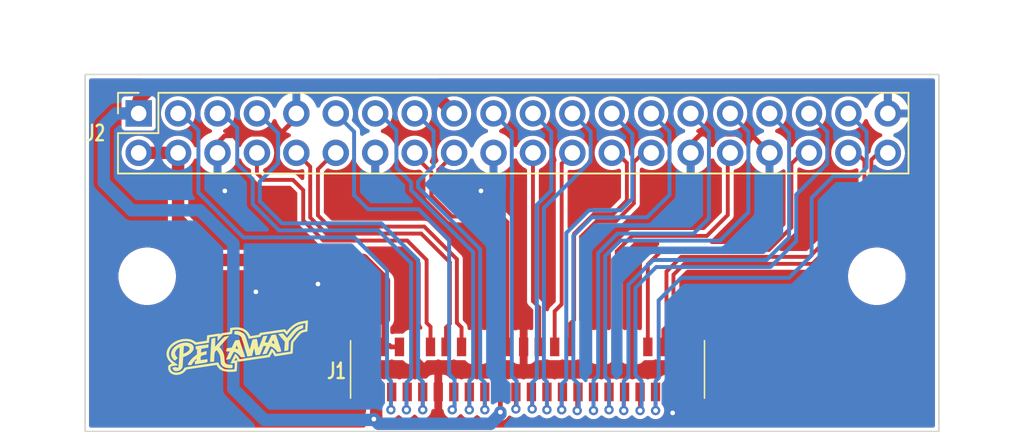
<source format=kicad_pcb>
(kicad_pcb (version 20211014) (generator pcbnew)
  (layers (0 "F.Cu" signal) (31 "B.Cu" signal) (34 "B.Paste" user) (35 "F.Paste" user) (36 "B.SilkS" user "B.Silkscreen") (37 "F.SilkS" user "F.Silkscreen") (38 "B.Mask" user) (39 "F.Mask" user) (44 "Edge.Cuts" user))
  (net 0 "")
  (net 1 "Net-(J1-Pad3)")
  (net 2 "Net-(J1-Pad5)")
  (net 3 "Net-(J1-Pad7)")
  (net 4 "Net-(J1-Pad8)")
  (net 5 "Net-(J1-Pad10)")
  (net 6 "Net-(J1-Pad11)")
  (net 7 "Net-(J1-Pad12)")
  (net 8 "Net-(J1-Pad13)")
  (net 9 "Net-(J1-Pad15)")
  (net 10 "Net-(J1-Pad16)")
  (net 11 "Net-(J1-Pad18)")
  (net 12 "Net-(J1-Pad19)")
  (net 13 "Net-(J1-Pad21)")
  (net 14 "Net-(J1-Pad22)")
  (net 15 "Net-(J1-Pad23)")
  (net 16 "Net-(J1-Pad24)")
  (net 17 "Net-(J1-Pad25)")
  (net 18 "Net-(J1-Pad26)")
  (net 19 "Net-(J1-Pad27)")
  (net 20 "Net-(J1-Pad28)")
  (net 21 "Net-(J1-Pad29)")
  (net 22 "Net-(J1-Pad31)")
  (net 23 "Net-(J1-Pad32)")
  (net 24 "Net-(J1-Pad33)")
  (net 25 "Net-(J1-Pad35)")
  (net 26 "Net-(J1-Pad36)")
  (net 27 "Net-(J1-Pad37)")
  (net 28 "Net-(J1-Pad38)")
  (net 29 "Net-(J1-Pad40)")
  (net 30 "+3V3")
  (net 31 "+5V")
  (net 32 "GND")
  (footprint "MountingHole:MountingHole_3.2mm_M3" (layer "F.Cu") (at 157.5 54.5)
    (fp_text reference "REF**" hide)
    (fp_text value "MountingHole_3.2mm_M3")
    (pad "" np_thru_hole circle (at 0 0) (size 3.2 3.2) (drill 3.2) (layers *.Cu *.Mask))
  )
  (footprint "Connector_PinSocket_2.54mm:PinSocket_2x20_P2.54mm_Vertical" (layer "F.Cu") (at 109.95 44.01 90)
    (fp_text reference "J2" (at -1.27 -2.77 180) (layer "F.SilkS") (effects (font (size 1 0.7))))
    (fp_text value "Conn_02x20_Odd_Even")
    (pad "1" thru_hole rect (at 0 0 90) (size 1.7 1.7) (drill 1) (layers *.Cu *.Mask) (net 30 "+3V3"))
    (pad "2" thru_hole oval (at -2.54 0 90) (size 1.7 1.7) (drill 1) (layers *.Cu *.Mask) (net 31 "+5V"))
    (pad "3" thru_hole oval (at 0 2.54 90) (size 1.7 1.7) (drill 1) (layers *.Cu *.Mask) (net 1 "Net-(J1-Pad3)"))
    (pad "4" thru_hole oval (at -2.54 2.54 90) (size 1.7 1.7) (drill 1) (layers *.Cu *.Mask) (net 31 "+5V"))
    (pad "5" thru_hole oval (at 0 5.08 90) (size 1.7 1.7) (drill 1) (layers *.Cu *.Mask) (net 2 "Net-(J1-Pad5)"))
    (pad "6" thru_hole oval (at -2.54 5.08 90) (size 1.7 1.7) (drill 1) (layers *.Cu *.Mask) (net 32 "GND"))
    (pad "7" thru_hole oval (at 0 7.62 90) (size 1.7 1.7) (drill 1) (layers *.Cu *.Mask) (net 3 "Net-(J1-Pad7)"))
    (pad "8" thru_hole oval (at -2.54 7.62 90) (size 1.7 1.7) (drill 1) (layers *.Cu *.Mask) (net 4 "Net-(J1-Pad8)"))
    (pad "9" thru_hole oval (at 0 10.16 90) (size 1.7 1.7) (drill 1) (layers *.Cu *.Mask) (net 32 "GND"))
    (pad "10" thru_hole oval (at -2.54 10.16 90) (size 1.7 1.7) (drill 1) (layers *.Cu *.Mask) (net 5 "Net-(J1-Pad10)"))
    (pad "11" thru_hole oval (at 0 12.7 90) (size 1.7 1.7) (drill 1) (layers *.Cu *.Mask) (net 6 "Net-(J1-Pad11)"))
    (pad "12" thru_hole oval (at -2.54 12.7 90) (size 1.7 1.7) (drill 1) (layers *.Cu *.Mask) (net 7 "Net-(J1-Pad12)"))
    (pad "13" thru_hole oval (at 0 15.24 90) (size 1.7 1.7) (drill 1) (layers *.Cu *.Mask) (net 8 "Net-(J1-Pad13)"))
    (pad "14" thru_hole oval (at -2.54 15.24 90) (size 1.7 1.7) (drill 1) (layers *.Cu *.Mask) (net 32 "GND"))
    (pad "15" thru_hole oval (at 0 17.78 90) (size 1.7 1.7) (drill 1) (layers *.Cu *.Mask) (net 9 "Net-(J1-Pad15)"))
    (pad "16" thru_hole oval (at -2.54 17.78 90) (size 1.7 1.7) (drill 1) (layers *.Cu *.Mask) (net 10 "Net-(J1-Pad16)"))
    (pad "17" thru_hole oval (at 0 20.32 90) (size 1.7 1.7) (drill 1) (layers *.Cu *.Mask) (net 30 "+3V3"))
    (pad "18" thru_hole oval (at -2.54 20.32 90) (size 1.7 1.7) (drill 1) (layers *.Cu *.Mask) (net 11 "Net-(J1-Pad18)"))
    (pad "19" thru_hole oval (at 0 22.86 90) (size 1.7 1.7) (drill 1) (layers *.Cu *.Mask) (net 12 "Net-(J1-Pad19)"))
    (pad "20" thru_hole oval (at -2.54 22.86 90) (size 1.7 1.7) (drill 1) (layers *.Cu *.Mask) (net 32 "GND"))
    (pad "21" thru_hole oval (at 0 25.4 90) (size 1.7 1.7) (drill 1) (layers *.Cu *.Mask) (net 13 "Net-(J1-Pad21)"))
    (pad "22" thru_hole oval (at -2.54 25.4 90) (size 1.7 1.7) (drill 1) (layers *.Cu *.Mask) (net 14 "Net-(J1-Pad22)"))
    (pad "23" thru_hole oval (at 0 27.94 90) (size 1.7 1.7) (drill 1) (layers *.Cu *.Mask) (net 15 "Net-(J1-Pad23)"))
    (pad "24" thru_hole oval (at -2.54 27.94 90) (size 1.7 1.7) (drill 1) (layers *.Cu *.Mask) (net 16 "Net-(J1-Pad24)"))
    (pad "25" thru_hole oval (at 0 30.48 90) (size 1.7 1.7) (drill 1) (layers *.Cu *.Mask) (net 17 "Net-(J1-Pad25)"))
    (pad "26" thru_hole oval (at -2.54 30.48 90) (size 1.7 1.7) (drill 1) (layers *.Cu *.Mask) (net 18 "Net-(J1-Pad26)"))
    (pad "27" thru_hole oval (at 0 33.02 90) (size 1.7 1.7) (drill 1) (layers *.Cu *.Mask) (net 19 "Net-(J1-Pad27)"))
    (pad "28" thru_hole oval (at -2.54 33.02 90) (size 1.7 1.7) (drill 1) (layers *.Cu *.Mask) (net 20 "Net-(J1-Pad28)"))
    (pad "29" thru_hole oval (at 0 35.56 90) (size 1.7 1.7) (drill 1) (layers *.Cu *.Mask) (net 21 "Net-(J1-Pad29)"))
    (pad "30" thru_hole oval (at -2.54 35.56 90) (size 1.7 1.7) (drill 1) (layers *.Cu *.Mask) (net 32 "GND"))
    (pad "31" thru_hole oval (at 0 38.1 90) (size 1.7 1.7) (drill 1) (layers *.Cu *.Mask) (net 22 "Net-(J1-Pad31)"))
    (pad "32" thru_hole oval (at -2.54 38.1 90) (size 1.7 1.7) (drill 1) (layers *.Cu *.Mask) (net 23 "Net-(J1-Pad32)"))
    (pad "33" thru_hole oval (at 0 40.64 90) (size 1.7 1.7) (drill 1) (layers *.Cu *.Mask) (net 24 "Net-(J1-Pad33)"))
    (pad "34" thru_hole oval (at -2.54 40.64 90) (size 1.7 1.7) (drill 1) (layers *.Cu *.Mask) (net 32 "GND"))
    (pad "35" thru_hole oval (at 0 43.18 90) (size 1.7 1.7) (drill 1) (layers *.Cu *.Mask) (net 25 "Net-(J1-Pad35)"))
    (pad "36" thru_hole oval (at -2.54 43.18 90) (size 1.7 1.7) (drill 1) (layers *.Cu *.Mask) (net 26 "Net-(J1-Pad36)"))
    (pad "37" thru_hole oval (at 0 45.72 90) (size 1.7 1.7) (drill 1) (layers *.Cu *.Mask) (net 27 "Net-(J1-Pad37)"))
    (pad "38" thru_hole oval (at -2.54 45.72 90) (size 1.7 1.7) (drill 1) (layers *.Cu *.Mask) (net 28 "Net-(J1-Pad38)"))
    (pad "39" thru_hole oval (at 0 48.26 90) (size 1.7 1.7) (drill 1) (layers *.Cu *.Mask) (net 32 "GND"))
    (pad "40" thru_hole oval (at -2.54 48.26 90) (size 1.7 1.7) (drill 1) (layers *.Cu *.Mask) (net 29 "Net-(J1-Pad40)"))
  )
  (footprint "greencharge-footprints:5019514000" (layer "F.Cu") (at 135 60.5)
    (fp_text reference "J1" (at -12.3 0.1) (layer "F.SilkS") (effects (font (size 1 0.7))))
    (fp_text value "Conn_02x20_Odd_Even" hide)
    (pad "1" smd rect (at -9.75 1.45) (size 0.6 1.2) (layers "F.Cu" "F.Paste" "F.Mask") (net 30 "+3V3"))
    (pad "2" smd rect (at -9.25 -1.45) (size 0.6 1.2) (layers "F.Cu" "F.Paste" "F.Mask") (net 31 "+5V"))
    (pad "3" smd rect (at -8.75 1.45) (size 0.6 1.2) (layers "F.Cu" "F.Paste" "F.Mask") (net 1 "Net-(J1-Pad3)"))
    (pad "4" smd rect (at -8.25 -1.45) (size 0.6 1.2) (layers "F.Cu" "F.Paste" "F.Mask") (net 31 "+5V"))
    (pad "5" smd rect (at -7.75 1.45) (size 0.6 1.2) (layers "F.Cu" "F.Paste" "F.Mask") (net 2 "Net-(J1-Pad5)"))
    (pad "6" smd rect (at -7.25 -1.45) (size 0.6 1.2) (layers "F.Cu" "F.Paste" "F.Mask") (net 32 "GND"))
    (pad "7" smd rect (at -6.75 1.45) (size 0.6 1.2) (layers "F.Cu" "F.Paste" "F.Mask") (net 3 "Net-(J1-Pad7)"))
    (pad "8" smd rect (at -6.25 -1.45) (size 0.6 1.2) (layers "F.Cu" "F.Paste" "F.Mask") (net 4 "Net-(J1-Pad8)"))
    (pad "9" smd rect (at -5.75 1.45) (size 0.6 1.2) (layers "F.Cu" "F.Paste" "F.Mask") (net 32 "GND"))
    (pad "10" smd rect (at -5.25 -1.45) (size 0.6 1.2) (layers "F.Cu" "F.Paste" "F.Mask") (net 5 "Net-(J1-Pad10)"))
    (pad "11" smd rect (at -4.75 1.45) (size 0.6 1.2) (layers "F.Cu" "F.Paste" "F.Mask") (net 6 "Net-(J1-Pad11)"))
    (pad "12" smd rect (at -4.25 -1.45) (size 0.6 1.2) (layers "F.Cu" "F.Paste" "F.Mask") (net 7 "Net-(J1-Pad12)"))
    (pad "13" smd rect (at -3.75 1.45) (size 0.6 1.2) (layers "F.Cu" "F.Paste" "F.Mask") (net 8 "Net-(J1-Pad13)"))
    (pad "14" smd rect (at -3.25 -1.45) (size 0.6 1.2) (layers "F.Cu" "F.Paste" "F.Mask") (net 32 "GND"))
    (pad "15" smd rect (at -2.75 1.45) (size 0.6 1.2) (layers "F.Cu" "F.Paste" "F.Mask") (net 9 "Net-(J1-Pad15)"))
    (pad "16" smd rect (at -2.25 -1.45) (size 0.6 1.2) (layers "F.Cu" "F.Paste" "F.Mask") (net 10 "Net-(J1-Pad16)"))
    (pad "17" smd rect (at -1.75 1.45) (size 0.6 1.2) (layers "F.Cu" "F.Paste" "F.Mask") (net 30 "+3V3"))
    (pad "18" smd rect (at -1.25 -1.45) (size 0.6 1.2) (layers "F.Cu" "F.Paste" "F.Mask") (net 11 "Net-(J1-Pad18)"))
    (pad "19" smd rect (at -0.75 1.45) (size 0.6 1.2) (layers "F.Cu" "F.Paste" "F.Mask") (net 12 "Net-(J1-Pad19)"))
    (pad "20" smd rect (at -0.25 -1.45) (size 0.6 1.2) (layers "F.Cu" "F.Paste" "F.Mask") (net 32 "GND"))
    (pad "21" smd rect (at 0.25 1.45) (size 0.6 1.2) (layers "F.Cu" "F.Paste" "F.Mask") (net 13 "Net-(J1-Pad21)"))
    (pad "22" smd rect (at 0.75 -1.45) (size 0.6 1.2) (layers "F.Cu" "F.Paste" "F.Mask") (net 14 "Net-(J1-Pad22)"))
    (pad "23" smd rect (at 1.25 1.45) (size 0.6 1.2) (layers "F.Cu" "F.Paste" "F.Mask") (net 15 "Net-(J1-Pad23)"))
    (pad "24" smd rect (at 1.75 -1.45) (size 0.6 1.2) (layers "F.Cu" "F.Paste" "F.Mask") (net 16 "Net-(J1-Pad24)"))
    (pad "25" smd rect (at 2.25 1.45) (size 0.6 1.2) (layers "F.Cu" "F.Paste" "F.Mask") (net 17 "Net-(J1-Pad25)"))
    (pad "26" smd rect (at 2.75 -1.45) (size 0.6 1.2) (layers "F.Cu" "F.Paste" "F.Mask") (net 18 "Net-(J1-Pad26)"))
    (pad "27" smd rect (at 3.25 1.45) (size 0.6 1.2) (layers "F.Cu" "F.Paste" "F.Mask") (net 19 "Net-(J1-Pad27)"))
    (pad "28" smd rect (at 3.75 -1.45) (size 0.6 1.2) (layers "F.Cu" "F.Paste" "F.Mask") (net 20 "Net-(J1-Pad28)"))
    (pad "29" smd rect (at 4.25 1.45) (size 0.6 1.2) (layers "F.Cu" "F.Paste" "F.Mask") (net 21 "Net-(J1-Pad29)"))
    (pad "30" smd rect (at 4.75 -1.45) (size 0.6 1.2) (layers "F.Cu" "F.Paste" "F.Mask") (net 32 "GND"))
    (pad "31" smd rect (at 5.25 1.45) (size 0.6 1.2) (layers "F.Cu" "F.Paste" "F.Mask") (net 22 "Net-(J1-Pad31)"))
    (pad "32" smd rect (at 5.75 -1.45) (size 0.6 1.2) (layers "F.Cu" "F.Paste" "F.Mask") (net 23 "Net-(J1-Pad32)"))
    (pad "33" smd rect (at 6.25 1.45) (size 0.6 1.2) (layers "F.Cu" "F.Paste" "F.Mask") (net 24 "Net-(J1-Pad33)"))
    (pad "34" smd rect (at 6.75 -1.45) (size 0.6 1.2) (layers "F.Cu" "F.Paste" "F.Mask") (net 32 "GND"))
    (pad "35" smd rect (at 7.25 1.45) (size 0.6 1.2) (layers "F.Cu" "F.Paste" "F.Mask") (net 25 "Net-(J1-Pad35)"))
    (pad "36" smd rect (at 7.75 -1.45) (size 0.6 1.2) (layers "F.Cu" "F.Paste" "F.Mask") (net 26 "Net-(J1-Pad36)"))
    (pad "37" smd rect (at 8.25 1.45) (size 0.6 1.2) (layers "F.Cu" "F.Paste" "F.Mask") (net 27 "Net-(J1-Pad37)"))
    (pad "38" smd rect (at 8.75 -1.45) (size 0.6 1.2) (layers "F.Cu" "F.Paste" "F.Mask") (net 28 "Net-(J1-Pad38)"))
    (pad "39" smd rect (at 9.25 1.45) (size 0.6 1.2) (layers "F.Cu" "F.Paste" "F.Mask") (net 32 "GND"))
    (pad "40" smd rect (at 9.75 -1.45) (size 0.6 1.2) (layers "F.Cu" "F.Paste" "F.Mask") (net 29 "Net-(J1-Pad40)"))
    (pad "MP1" smd rect (at -10.75 -1.35) (size 0.8 1.4) (layers "F.Cu" "F.Paste" "F.Mask"))
    (pad "MP2" smd rect (at -10.75 1.35) (size 0.8 1.4) (layers "F.Cu" "F.Paste" "F.Mask"))
    (pad "MP3" smd rect (at 10.75 1.35) (size 0.8 1.4) (layers "F.Cu" "F.Paste" "F.Mask"))
    (pad "MP4" smd rect (at 10.75 -1.35) (size 0.8 1.4) (layers "F.Cu" "F.Paste" "F.Mask"))
  )
  (footprint "greencharge-footprints:pekaway_small_x3" (layer "F.Cu") (at 116.188435 59.155645)
    (fp_text reference "G***" hide)
    (fp_text value "LOGO" hide)
  )
  (footprint "MountingHole:MountingHole_3.2mm_M3" (layer "F.Cu") (at 110.5 54.5)
    (fp_text reference "REF**" hide)
    (fp_text value "MountingHole_3.2mm_M3")
    (pad "" np_thru_hole circle (at 0 0) (size 3.2 3.2) (drill 3.2) (layers *.Cu *.Mask))
  )
  (gr_rect (start 106.5 41.5) (end 161.5 64.5) (layer "Edge.Cuts") (width 0.1) (fill none))
  (segment (start 126.2 63.1) (end 126.2 62) (width 0.254) (layer "F.Cu") (net 1))
  (via (at 126.2 63.1) (size 0.6) (drill 0.3) (layers "F.Cu" "B.Cu") (net 1))
  (segment (start 116.696 51.996) (end 113.8 49.1) (width 0.254) (layer "B.Cu") (net 1))
  (segment (start 126.2 63.1) (end 126.2 61.25) (width 0.254) (layer "B.Cu") (net 1))
  (segment (start 123.846 51.996) (end 116.696 51.996) (width 0.254) (layer "B.Cu") (net 1))
  (segment (start 126.2 61.25) (end 125.95 61) (width 0.254) (layer "B.Cu") (net 1))
  (segment (start 125.95 54.1) (end 123.846 51.996) (width 0.254) (layer "B.Cu") (net 1))
  (segment (start 113.8 45.11) (end 112.7 44.01) (width 0.254) (layer "B.Cu") (net 1))
  (segment (start 113.8 49.1) (end 113.8 45.11) (width 0.254) (layer "B.Cu") (net 1))
  (segment (start 125.95 61) (end 125.95 54.1) (width 0.254) (layer "B.Cu") (net 1))
  (segment (start 127.2 63.1) (end 127.2 62) (width 0.254) (layer "F.Cu") (net 2))
  (via (at 127.2 63.1) (size 0.6) (drill 0.3) (layers "F.Cu" "B.Cu") (net 2))
  (segment (start 117.3 49.85) (end 118.992 51.542) (width 0.254) (layer "B.Cu") (net 2))
  (segment (start 127.5 61.05) (end 127.2 61.35) (width 0.254) (layer "B.Cu") (net 2))
  (segment (start 125.392 51.542) (end 127.5 53.65) (width 0.254) (layer "B.Cu") (net 2))
  (segment (start 117.3 48.25) (end 117.3 49.85) (width 0.254) (layer "B.Cu") (net 2))
  (segment (start 115.36 44.01) (end 116.3 44.95) (width 0.254) (layer "B.Cu") (net 2))
  (segment (start 118.992 51.542) (end 125.392 51.542) (width 0.254) (layer "B.Cu") (net 2))
  (segment (start 116.3 44.95) (end 116.3 47.25) (width 0.254) (layer "B.Cu") (net 2))
  (segment (start 127.2 61.35) (end 127.2 63.1) (width 0.254) (layer "B.Cu") (net 2))
  (segment (start 127.5 53.65) (end 127.5 61.05) (width 0.254) (layer "B.Cu") (net 2))
  (segment (start 116.3 47.25) (end 117.3 48.25) (width 0.254) (layer "B.Cu") (net 2))
  (segment (start 128.25 63.1) (end 128.25 61.95) (width 0.254) (layer "F.Cu") (net 3))
  (via (at 128.25 63.1) (size 0.6) (drill 0.3) (layers "F.Cu" "B.Cu") (net 3))
  (segment (start 125.580052 51.088) (end 127.954 53.461948) (width 0.254) (layer "B.Cu") (net 3))
  (segment (start 128.254 61.3) (end 128.254 63.096) (width 0.254) (layer "B.Cu") (net 3))
  (segment (start 128.254 63.096) (end 128.25 63.1) (width 0.254) (layer "B.Cu") (net 3))
  (segment (start 118.933 45.283) (end 118.933 47.217) (width 0.254) (layer "B.Cu") (net 3))
  (segment (start 118.933 47.217) (end 117.754 48.396) (width 0.254) (layer "B.Cu") (net 3))
  (segment (start 127.954 53.461948) (end 127.954 61) (width 0.254) (layer "B.Cu") (net 3))
  (segment (start 127.954 61) (end 128.254 61.3) (width 0.254) (layer "B.Cu") (net 3))
  (segment (start 117.754 48.396) (end 117.754 49.661948) (width 0.254) (layer "B.Cu") (net 3))
  (segment (start 119.180052 51.088) (end 125.580052 51.088) (width 0.254) (layer "B.Cu") (net 3))
  (segment (start 117.66 44.01) (end 118.933 45.283) (width 0.254) (layer "B.Cu") (net 3))
  (segment (start 117.754 49.661948) (end 119.180052 51.088) (width 0.254) (layer "B.Cu") (net 3))
  (segment (start 121.85 52.2) (end 127.25 52.2) (width 0.25) (layer "F.Cu") (net 4))
  (segment (start 117.99 48.29) (end 119.89 48.29) (width 0.25) (layer "F.Cu") (net 4))
  (segment (start 127.25 52.2) (end 128.5 53.45) (width 0.25) (layer "F.Cu") (net 4))
  (segment (start 119.89 48.29) (end 120.55 48.95) (width 0.25) (layer "F.Cu") (net 4))
  (segment (start 117.57 47.87) (end 117.99 48.29) (width 0.25) (layer "F.Cu") (net 4))
  (segment (start 120.55 48.95) (end 120.55 50.9) (width 0.25) (layer "F.Cu") (net 4))
  (segment (start 128.5 57.5) (end 128.75 57.75) (width 0.25) (layer "F.Cu") (net 4))
  (segment (start 120.55 50.9) (end 121.85 52.2) (width 0.25) (layer "F.Cu") (net 4))
  (segment (start 128.75 57.75) (end 128.75 59.05) (width 0.25) (layer "F.Cu") (net 4))
  (segment (start 117.57 46.55) (end 117.57 47.87) (width 0.25) (layer "F.Cu") (net 4))
  (segment (start 128.5 53.45) (end 128.5 57.5) (width 0.25) (layer "F.Cu") (net 4))
  (segment (start 121 50.713604) (end 122.036396 51.75) (width 0.25) (layer "F.Cu") (net 5))
  (segment (start 121 47.44) (end 121 50.713604) (width 0.25) (layer "F.Cu") (net 5))
  (segment (start 130 57.55) (end 129.75 57.8) (width 0.25) (layer "F.Cu") (net 5))
  (segment (start 120.11 46.55) (end 121 47.44) (width 0.25) (layer "F.Cu") (net 5))
  (segment (start 130 53.6) (end 130 57.55) (width 0.25) (layer "F.Cu") (net 5))
  (segment (start 122.036396 51.75) (end 128.15 51.75) (width 0.25) (layer "F.Cu") (net 5))
  (segment (start 129.75 57.8) (end 129.75 59.05) (width 0.25) (layer "F.Cu") (net 5))
  (segment (start 128.15 51.75) (end 130 53.6) (width 0.25) (layer "F.Cu") (net 5))
  (segment (start 130.3 62.95) (end 130.3 62) (width 0.254) (layer "F.Cu") (net 6))
  (segment (start 130.15 63.1) (end 130.3 62.95) (width 0.254) (layer "F.Cu") (net 6))
  (via (at 130.15 63.1) (size 0.6) (drill 0.3) (layers "F.Cu" "B.Cu") (net 6))
  (segment (start 123.827 45.187) (end 123.827 49.277) (width 0.254) (layer "B.Cu") (net 6))
  (segment (start 129.95 52.15) (end 129.95 60.8) (width 0.254) (layer "B.Cu") (net 6))
  (segment (start 130.3 61.15) (end 130.3 62.95) (width 0.254) (layer "B.Cu") (net 6))
  (segment (start 130.3 62.95) (end 130.15 63.1) (width 0.254) (layer "B.Cu") (net 6))
  (segment (start 124.73 50.18) (end 127.98 50.18) (width 0.254) (layer "B.Cu") (net 6))
  (segment (start 122.65 44.01) (end 123.827 45.187) (width 0.254) (layer "B.Cu") (net 6))
  (segment (start 123.827 49.277) (end 124.73 50.18) (width 0.254) (layer "B.Cu") (net 6))
  (segment (start 129.95 60.8) (end 130.3 61.15) (width 0.254) (layer "B.Cu") (net 6))
  (segment (start 127.98 50.18) (end 129.95 52.15) (width 0.254) (layer "B.Cu") (net 6))
  (segment (start 130.75 57.8) (end 130.75 59.05) (width 0.25) (layer "F.Cu") (net 7))
  (segment (start 121.5 47.6) (end 121.5 50.577208) (width 0.25) (layer "F.Cu") (net 7))
  (segment (start 121.5 50.577208) (end 122.222792 51.3) (width 0.25) (layer "F.Cu") (net 7))
  (segment (start 122.55 46.55) (end 121.5 47.6) (width 0.25) (layer "F.Cu") (net 7))
  (segment (start 130.45 57.5) (end 130.75 57.8) (width 0.25) (layer "F.Cu") (net 7))
  (segment (start 122.222792 51.3) (end 128.35 51.3) (width 0.25) (layer "F.Cu") (net 7))
  (segment (start 130.45 53.4) (end 130.45 57.5) (width 0.25) (layer "F.Cu") (net 7))
  (segment (start 128.35 51.3) (end 130.45 53.4) (width 0.25) (layer "F.Cu") (net 7))
  (segment (start 131.25 63.1) (end 131.25 61.95) (width 0.254) (layer "F.Cu") (net 8))
  (via (at 131.25 63.1) (size 0.6) (drill 0.3) (layers "F.Cu" "B.Cu") (net 8))
  (segment (start 127.5 48.45) (end 127.5 48.95) (width 0.254) (layer "B.Cu") (net 8))
  (segment (start 131.25 61.25) (end 131.25 63.1) (width 0.254) (layer "B.Cu") (net 8))
  (segment (start 126.553 47.503) (end 127.5 48.45) (width 0.254) (layer "B.Cu") (net 8))
  (segment (start 127.5 48.95) (end 131.496 52.946) (width 0.254) (layer "B.Cu") (net 8))
  (segment (start 125.46 44.01) (end 126.553 45.103) (width 0.254) (layer "B.Cu") (net 8))
  (segment (start 126.553 45.103) (end 126.553 47.503) (width 0.254) (layer "B.Cu") (net 8))
  (segment (start 131.496 52.946) (end 131.496 61.004) (width 0.254) (layer "B.Cu") (net 8))
  (segment (start 131.496 61.004) (end 131.25 61.25) (width 0.254) (layer "B.Cu") (net 8))
  (segment (start 132.25 63.1) (end 132.25 61.95) (width 0.254) (layer "F.Cu") (net 9))
  (via (at 132.25 63.1) (size 0.6) (drill 0.3) (layers "F.Cu" "B.Cu") (net 9))
  (segment (start 128.95 47.4) (end 127.954 48.396) (width 0.254) (layer "B.Cu") (net 9))
  (segment (start 127.954 48.396) (end 127.954 48.761948) (width 0.254) (layer "B.Cu") (net 9))
  (segment (start 131.95 52.757948) (end 131.95 61.05) (width 0.254) (layer "B.Cu") (net 9))
  (segment (start 132.25 61.35) (end 132.25 63.1) (width 0.254) (layer "B.Cu") (net 9))
  (segment (start 127.81 44.01) (end 128.95 45.15) (width 0.254) (layer "B.Cu") (net 9))
  (segment (start 127.954 48.761948) (end 131.95 52.757948) (width 0.254) (layer "B.Cu") (net 9))
  (segment (start 128.95 45.15) (end 128.95 47.4) (width 0.254) (layer "B.Cu") (net 9))
  (segment (start 131.95 61.05) (end 132.25 61.35) (width 0.254) (layer "B.Cu") (net 9))
  (segment (start 130.15 50.65) (end 132.05 50.65) (width 0.25) (layer "F.Cu") (net 10))
  (segment (start 127.55 46.55) (end 128.8 47.8) (width 0.25) (layer "F.Cu") (net 10))
  (segment (start 128.8 49.3) (end 130.15 50.65) (width 0.25) (layer "F.Cu") (net 10))
  (segment (start 128.8 47.8) (end 128.8 49.3) (width 0.25) (layer "F.Cu") (net 10))
  (segment (start 127.45 46.55) (end 127.55 46.55) (width 0.25) (layer "F.Cu") (net 10))
  (segment (start 132.05 50.65) (end 132.75 51.35) (width 0.25) (layer "F.Cu") (net 10))
  (segment (start 132.75 51.35) (end 132.75 59.05) (width 0.25) (layer "F.Cu") (net 10))
  (segment (start 129.25 49.113604) (end 130.336396 50.2) (width 0.25) (layer "F.Cu") (net 11))
  (segment (start 133.7 51) (end 133.7 59) (width 0.25) (layer "F.Cu") (net 11))
  (segment (start 130.336396 50.2) (end 132.9 50.2) (width 0.25) (layer "F.Cu") (net 11))
  (segment (start 132.9 50.2) (end 133.7 51) (width 0.25) (layer "F.Cu") (net 11))
  (segment (start 130.35 46.55) (end 129.25 47.65) (width 0.25) (layer "F.Cu") (net 11))
  (segment (start 130.55 46.55) (end 130.35 46.55) (width 0.25) (layer "F.Cu") (net 11))
  (segment (start 129.25 47.65) (end 129.25 49.113604) (width 0.25) (layer "F.Cu") (net 11))
  (segment (start 134.25 63.05) (end 134.25 61.95) (width 0.254) (layer "F.Cu") (net 12))
  (via (at 134.25 63.05) (size 0.6) (drill 0.3) (layers "F.Cu" "B.Cu") (net 12))
  (segment (start 133.987 48.963) (end 133.987 60.937) (width 0.254) (layer "B.Cu") (net 12))
  (segment (start 134 47.426) (end 134 48.95) (width 0.254) (layer "B.Cu") (net 12))
  (segment (start 133.987 47.413) (end 134 47.426) (width 0.254) (layer "B.Cu") (net 12))
  (segment (start 134 48.95) (end 133.987 48.963) (width 0.254) (layer "B.Cu") (net 12))
  (segment (start 134.3 61.25) (end 134.3 63) (width 0.254) (layer "B.Cu") (net 12))
  (segment (start 133.987 60.937) (end 134.3 61.25) (width 0.254) (layer "B.Cu") (net 12))
  (segment (start 133.987 45.187) (end 133.987 47.413) (width 0.254) (layer "B.Cu") (net 12))
  (segment (start 132.81 44.01) (end 133.987 45.187) (width 0.254) (layer "B.Cu") (net 12))
  (segment (start 134.3 63) (end 134.25 63.05) (width 0.254) (layer "B.Cu") (net 12))
  (segment (start 135.3 63.05) (end 135.3 62) (width 0.254) (layer "F.Cu") (net 13))
  (via (at 135.3 63.05) (size 0.6) (drill 0.3) (layers "F.Cu" "B.Cu") (net 13))
  (segment (start 135.6 49.9) (end 135.6 61.05) (width 0.254) (layer "B.Cu") (net 13))
  (segment (start 136.527 48.973) (end 135.6 49.9) (width 0.254) (layer "B.Cu") (net 13))
  (segment (start 135.3 61.35) (end 135.3 63.05) (width 0.254) (layer "B.Cu") (net 13))
  (segment (start 136.527 45.187) (end 136.527 48.973) (width 0.254) (layer "B.Cu") (net 13))
  (segment (start 135.35 44.01) (end 136.527 45.187) (width 0.254) (layer "B.Cu") (net 13))
  (segment (start 135.6 61.05) (end 135.3 61.35) (width 0.254) (layer "B.Cu") (net 13))
  (segment (start 135.35 46.55) (end 135.35 56.1) (width 0.25) (layer "F.Cu") (net 14))
  (segment (start 135.75 56.5) (end 135.75 59.05) (width 0.25) (layer "F.Cu") (net 14))
  (segment (start 135.35 56.1) (end 135.75 56.5) (width 0.25) (layer "F.Cu") (net 14))
  (segment (start 136.25 63.1) (end 136.25 61.95) (width 0.254) (layer "F.Cu") (net 15))
  (via (at 136.25 63.1) (size 0.6) (drill 0.3) (layers "F.Cu" "B.Cu") (net 15))
  (segment (start 139.067 45.187) (end 139.067 47.083) (width 0.254) (layer "B.Cu") (net 15))
  (segment (start 136.25 61.3) (end 136.25 63.1) (width 0.254) (layer "B.Cu") (net 15))
  (segment (start 136.054 61.104) (end 136.25 61.3) (width 0.254) (layer "B.Cu") (net 15))
  (segment (start 136.054 50.096) (end 136.054 61.104) (width 0.254) (layer "B.Cu") (net 15))
  (segment (start 139.067 47.083) (end 136.054 50.096) (width 0.254) (layer "B.Cu") (net 15))
  (segment (start 137.89 44.01) (end 139.067 45.187) (width 0.254) (layer "B.Cu") (net 15))
  (segment (start 137.2 47.24) (end 137.2 56.3) (width 0.25) (layer "F.Cu") (net 16))
  (segment (start 137.89 46.55) (end 137.2 47.24) (width 0.25) (layer "F.Cu") (net 16))
  (segment (start 136.75 56.75) (end 136.75 59.05) (width 0.25) (layer "F.Cu") (net 16))
  (segment (start 137.2 56.3) (end 136.75 56.75) (width 0.25) (layer "F.Cu") (net 16))
  (segment (start 137.2 63.1) (end 137.2 62) (width 0.254) (layer "F.Cu") (net 17))
  (via (at 137.2 63.1) (size 0.6) (drill 0.3) (layers "F.Cu" "B.Cu") (net 17))
  (segment (start 137.2 61.45) (end 137.2 63.1) (width 0.254) (layer "B.Cu") (net 17))
  (segment (start 137.496 61.154) (end 137.2 61.45) (width 0.254) (layer "B.Cu") (net 17))
  (segment (start 141.004 50.246) (end 138.961948 50.246) (width 0.254) (layer "B.Cu") (net 17))
  (segment (start 140.43 44.01) (end 141.75 45.33) (width 0.254) (layer "B.Cu") (net 17))
  (segment (start 137.496 51.711948) (end 137.496 61.154) (width 0.254) (layer "B.Cu") (net 17))
  (segment (start 141.75 45.33) (end 141.75 49.5) (width 0.254) (layer "B.Cu") (net 17))
  (segment (start 141.75 49.5) (end 141.004 50.246) (width 0.254) (layer "B.Cu") (net 17))
  (segment (start 138.961948 50.246) (end 137.496 51.711948) (width 0.254) (layer "B.Cu") (net 17))
  (segment (start 140.75 46.55) (end 141.4 47.2) (width 0.25) (layer "F.Cu") (net 18))
  (segment (start 138 51.763604) (end 138 57.3) (width 0.25) (layer "F.Cu") (net 18))
  (segment (start 138 57.3) (end 137.75 57.55) (width 0.25) (layer "F.Cu") (net 18))
  (segment (start 141.4 47.2) (end 141.4 49.613604) (width 0.25) (layer "F.Cu") (net 18))
  (segment (start 141.4 49.613604) (end 140.513604 50.5) (width 0.25) (layer "F.Cu") (net 18))
  (segment (start 137.75 57.55) (end 137.75 59.05) (width 0.25) (layer "F.Cu") (net 18))
  (segment (start 140.513604 50.5) (end 139.263604 50.5) (width 0.25) (layer "F.Cu") (net 18))
  (segment (start 139.263604 50.5) (end 138 51.763604) (width 0.25) (layer "F.Cu") (net 18))
  (segment (start 138.2 63.15) (end 138.2 62) (width 0.254) (layer "F.Cu") (net 19))
  (via (at 138.2 63.15) (size 0.6) (drill 0.3) (layers "F.Cu" "B.Cu") (net 19))
  (segment (start 137.95 61.1) (end 138.3 61.45) (width 0.254) (layer "B.Cu") (net 19))
  (segment (start 144.147 49.253) (end 142.7 50.7) (width 0.254) (layer "B.Cu") (net 19))
  (segment (start 139.15 50.7) (end 137.95 51.9) (width 0.254) (layer "B.Cu") (net 19))
  (segment (start 142.7 50.7) (end 139.15 50.7) (width 0.254) (layer "B.Cu") (net 19))
  (segment (start 142.97 44.01) (end 144.147 45.187) (width 0.254) (layer "B.Cu") (net 19))
  (segment (start 138.3 61.45) (end 138.3 63.05) (width 0.254) (layer "B.Cu") (net 19))
  (segment (start 144.147 45.187) (end 144.147 49.253) (width 0.254) (layer "B.Cu") (net 19))
  (segment (start 138.3 63.05) (end 138.2 63.15) (width 0.254) (layer "B.Cu") (net 19))
  (segment (start 137.95 51.9) (end 137.95 61.1) (width 0.254) (layer "B.Cu") (net 19))
  (segment (start 138.45 57.3) (end 138.75 57.6) (width 0.25) (layer "F.Cu") (net 20))
  (segment (start 141.85 47.15) (end 141.85 49.8) (width 0.25) (layer "F.Cu") (net 20))
  (segment (start 139.45 50.95) (end 138.45 51.95) (width 0.25) (layer "F.Cu") (net 20))
  (segment (start 138.45 51.95) (end 138.45 57.3) (width 0.25) (layer "F.Cu") (net 20))
  (segment (start 140.7 50.95) (end 139.45 50.95) (width 0.25) (layer "F.Cu") (net 20))
  (segment (start 142.45 46.55) (end 141.85 47.15) (width 0.25) (layer "F.Cu") (net 20))
  (segment (start 141.85 49.8) (end 140.7 50.95) (width 0.25) (layer "F.Cu") (net 20))
  (segment (start 138.75 57.6) (end 138.75 59.05) (width 0.25) (layer "F.Cu") (net 20))
  (segment (start 139.25 63.15) (end 139.25 61.95) (width 0.254) (layer "F.Cu") (net 21))
  (via (at 139.25 63.15) (size 0.6) (drill 0.3) (layers "F.Cu" "B.Cu") (net 21))
  (segment (start 139.25 61.2) (end 139.25 63.15) (width 0.254) (layer "B.Cu") (net 21))
  (segment (start 146.687 50.763) (end 145.7 51.75) (width 0.254) (layer "B.Cu") (net 21))
  (segment (start 139.55 53) (end 139.55 60.9) (width 0.254) (layer "B.Cu") (net 21))
  (segment (start 145.51 44.01) (end 146.687 45.187) (width 0.254) (layer "B.Cu") (net 21))
  (segment (start 140.8 51.75) (end 139.55 53) (width 0.254) (layer "B.Cu") (net 21))
  (segment (start 146.687 45.187) (end 146.687 50.763) (width 0.254) (layer "B.Cu") (net 21))
  (segment (start 145.7 51.75) (end 140.8 51.75) (width 0.254) (layer "B.Cu") (net 21))
  (segment (start 139.55 60.9) (end 139.25 61.2) (width 0.254) (layer "B.Cu") (net 21))
  (segment (start 140.25 63.1) (end 140.25 61.95) (width 0.254) (layer "F.Cu") (net 22))
  (via (at 140.25 63.1) (size 0.6) (drill 0.3) (layers "F.Cu" "B.Cu") (net 22))
  (segment (start 140.004 53.188052) (end 140.004 60.954) (width 0.254) (layer "B.Cu") (net 22))
  (segment (start 147.396 52.204) (end 140.988052 52.204) (width 0.254) (layer "B.Cu") (net 22))
  (segment (start 140.004 60.954) (end 140.25 61.2) (width 0.254) (layer "B.Cu") (net 22))
  (segment (start 148.05 44.01) (end 149.227 45.187) (width 0.254) (layer "B.Cu") (net 22))
  (segment (start 140.25 61.2) (end 140.25 63.1) (width 0.254) (layer "B.Cu") (net 22))
  (segment (start 140.988052 52.204) (end 140.004 53.188052) (width 0.254) (layer "B.Cu") (net 22))
  (segment (start 149.227 45.187) (end 149.227 50.373) (width 0.254) (layer "B.Cu") (net 22))
  (segment (start 149.227 50.373) (end 147.396 52.204) (width 0.254) (layer "B.Cu") (net 22))
  (segment (start 147.9 50.55) (end 147.9 47.05) (width 0.25) (layer "F.Cu") (net 23))
  (segment (start 140.75 52.886396) (end 141.736396 51.9) (width 0.25) (layer "F.Cu") (net 23))
  (segment (start 146.55 51.9) (end 147.9 50.55) (width 0.25) (layer "F.Cu") (net 23))
  (segment (start 147.9 47.05) (end 147.4 46.55) (width 0.25) (layer "F.Cu") (net 23))
  (segment (start 140.75 59.05) (end 140.75 52.886396) (width 0.25) (layer "F.Cu") (net 23))
  (segment (start 141.736396 51.9) (end 146.55 51.9) (width 0.25) (layer "F.Cu") (net 23))
  (segment (start 141.2 63.15) (end 141.2 62) (width 0.254) (layer "F.Cu") (net 24))
  (via (at 141.2 63.15) (size 0.6) (drill 0.3) (layers "F.Cu" "B.Cu") (net 24))
  (segment (start 141.5 55.05) (end 141.5 60.95) (width 0.254) (layer "B.Cu") (net 24))
  (segment (start 150.59 44.01) (end 151.85 45.27) (width 0.254) (layer "B.Cu") (net 24))
  (segment (start 151.85 45.27) (end 151.85 52) (width 0.254) (layer "B.Cu") (net 24))
  (segment (start 141.2 61.25) (end 141.2 63.15) (width 0.254) (layer "B.Cu") (net 24))
  (segment (start 151.85 52) (end 150.4 53.45) (width 0.254) (layer "B.Cu") (net 24))
  (segment (start 143.1 53.45) (end 141.5 55.05) (width 0.254) (layer "B.Cu") (net 24))
  (segment (start 150.4 53.45) (end 143.1 53.45) (width 0.254) (layer "B.Cu") (net 24))
  (segment (start 141.5 60.95) (end 141.2 61.25) (width 0.254) (layer "B.Cu") (net 24))
  (segment (start 142.25 63.15) (end 142.25 61.95) (width 0.254) (layer "F.Cu") (net 25))
  (via (at 142.25 63.15) (size 0.6) (drill 0.3) (layers "F.Cu" "B.Cu") (net 25))
  (segment (start 152.304 52.246) (end 150.646 53.904) (width 0.254) (layer "B.Cu") (net 25))
  (segment (start 142.35 63.05) (end 142.25 63.15) (width 0.254) (layer "B.Cu") (net 25))
  (segment (start 154.307 45.187) (end 154.307 47.243) (width 0.254) (layer "B.Cu") (net 25))
  (segment (start 141.954 60.854) (end 142.35 61.25) (width 0.254) (layer "B.Cu") (net 25))
  (segment (start 150.646 53.904) (end 143.288052 53.904) (width 0.254) (layer "B.Cu") (net 25))
  (segment (start 153.13 44.01) (end 154.307 45.187) (width 0.254) (layer "B.Cu") (net 25))
  (segment (start 142.35 61.25) (end 142.35 63.05) (width 0.254) (layer "B.Cu") (net 25))
  (segment (start 154.307 47.243) (end 152.304 49.246) (width 0.254) (layer "B.Cu") (net 25))
  (segment (start 143.288052 53.904) (end 141.954 55.238052) (width 0.254) (layer "B.Cu") (net 25))
  (segment (start 141.954 55.238052) (end 141.954 60.854) (width 0.254) (layer "B.Cu") (net 25))
  (segment (start 152.304 49.246) (end 152.304 52.246) (width 0.254) (layer "B.Cu") (net 25))
  (segment (start 150.55 52.8) (end 143.686396 52.8) (width 0.25) (layer "F.Cu") (net 26))
  (segment (start 142.75 53.736396) (end 142.75 59.05) (width 0.25) (layer "F.Cu") (net 26))
  (segment (start 152 47.25) (end 152 51.35) (width 0.25) (layer "F.Cu") (net 26))
  (segment (start 143.686396 52.8) (end 142.75 53.736396) (width 0.25) (layer "F.Cu") (net 26))
  (segment (start 152.7 46.55) (end 152 47.25) (width 0.25) (layer "F.Cu") (net 26))
  (segment (start 152 51.35) (end 150.55 52.8) (width 0.25) (layer "F.Cu") (net 26))
  (segment (start 143.25 63.15) (end 143.25 61.95) (width 0.254) (layer "F.Cu") (net 27))
  (via (at 143.25 63.15) (size 0.6) (drill 0.3) (layers "F.Cu" "B.Cu") (net 27))
  (segment (start 153.3 53.15) (end 151.85 54.6) (width 0.254) (layer "B.Cu") (net 27))
  (segment (start 144.9 54.6) (end 143.45 56.05) (width 0.254) (layer "B.Cu") (net 27))
  (segment (start 156.847 47.503) (end 156.3 48.05) (width 0.254) (layer "B.Cu") (net 27))
  (segment (start 143.25 61.25) (end 143.25 63.15) (width 0.254) (layer "B.Cu") (net 27))
  (segment (start 153.3 49.45) (end 153.3 53.15) (width 0.254) (layer "B.Cu") (net 27))
  (segment (start 151.85 54.6) (end 144.9 54.6) (width 0.254) (layer "B.Cu") (net 27))
  (segment (start 143.45 61.05) (end 143.25 61.25) (width 0.254) (layer "B.Cu") (net 27))
  (segment (start 154.7 48.05) (end 153.3 49.45) (width 0.254) (layer "B.Cu") (net 27))
  (segment (start 156.3 48.05) (end 154.7 48.05) (width 0.254) (layer "B.Cu") (net 27))
  (segment (start 143.45 56.05) (end 143.45 61.05) (width 0.254) (layer "B.Cu") (net 27))
  (segment (start 156.847 45.187) (end 156.847 47.503) (width 0.254) (layer "B.Cu") (net 27))
  (segment (start 155.67 44.01) (end 156.847 45.187) (width 0.254) (layer "B.Cu") (net 27))
  (segment (start 156.7 47.05) (end 156.7 49.713604) (width 0.25) (layer "F.Cu") (net 28))
  (segment (start 143.95 57.75) (end 143.75 57.95) (width 0.25) (layer "F.Cu") (net 28))
  (segment (start 143.95 54.2) (end 143.95 57.75) (width 0.25) (layer "F.Cu") (net 28))
  (segment (start 144.9 53.25) (end 143.95 54.2) (width 0.25) (layer "F.Cu") (net 28))
  (segment (start 156.2 46.55) (end 156.7 47.05) (width 0.25) (layer "F.Cu") (net 28))
  (segment (start 153.163604 53.25) (end 144.9 53.25) (width 0.25) (layer "F.Cu") (net 28))
  (segment (start 143.75 57.95) (end 143.75 59.05) (width 0.25) (layer "F.Cu") (net 28))
  (segment (start 156.7 49.713604) (end 153.163604 53.25) (width 0.25) (layer "F.Cu") (net 28))
  (segment (start 144.4 54.4) (end 144.4 57.6) (width 0.25) (layer "F.Cu") (net 29))
  (segment (start 144.75 57.95) (end 144.75 59.05) (width 0.25) (layer "F.Cu") (net 29))
  (segment (start 145.1 53.7) (end 144.4 54.4) (width 0.25) (layer "F.Cu") (net 29))
  (segment (start 153.35 53.7) (end 145.1 53.7) (width 0.25) (layer "F.Cu") (net 29))
  (segment (start 157.15 47) (end 157.15 49.9) (width 0.25) (layer "F.Cu") (net 29))
  (segment (start 144.4 57.6) (end 144.75 57.95) (width 0.25) (layer "F.Cu") (net 29))
  (segment (start 157.6 46.55) (end 157.15 47) (width 0.25) (layer "F.Cu") (net 29))
  (segment (start 157.15 49.9) (end 153.35 53.7) (width 0.25) (layer "F.Cu") (net 29))
  (segment (start 109.95 44.01) (end 109.95 43.15) (width 0.8) (layer "F.Cu") (net 30))
  (segment (start 133.25 61.95) (end 133.25 63.25) (width 0.3048) (layer "F.Cu") (net 30))
  (segment (start 109.95 43.15) (end 110.9 42.2) (width 0.8) (layer "F.Cu") (net 30))
  (segment (start 125.25 63.55) (end 125.25 63.2) (width 0.8) (layer "F.Cu") (net 30))
  (segment (start 110.9 42.2) (end 128.46 42.2) (width 0.8) (layer "F.Cu") (net 30))
  (segment (start 128.46 42.2) (end 130.27 44.01) (width 0.8) (layer "F.Cu") (net 30))
  (segment (start 125.1 63.7) (end 125.25 63.55) (width 0.8) (layer "F.Cu") (net 30))
  (segment (start 125.25 61.95) (end 125.25 63.2) (width 0.3048) (layer "F.Cu") (net 30))
  (via (at 133.25 63.25) (size 0.6) (drill 0.3) (layers "F.Cu" "B.Cu") (net 30))
  (via (at 125.1 63.7) (size 0.6) (drill 0.3) (layers "F.Cu" "B.Cu") (net 30))
  (segment (start 109.95 44.01) (end 108.49 44.01) (width 0.8) (layer "B.Cu") (net 30))
  (segment (start 125.1 63.7) (end 125.4 64) (width 0.8) (layer "B.Cu") (net 30))
  (segment (start 116.05 52.4) (end 116.05 61.75) (width 0.8) (layer "B.Cu") (net 30))
  (segment (start 132.622793 64) (end 133.25 63.372793) (width 0.8) (layer "B.Cu") (net 30))
  (segment (start 125.4 64) (end 132.622793 64) (width 0.8) (layer "B.Cu") (net 30))
  (segment (start 116.05 61.75) (end 118.05 63.75) (width 0.8) (layer "B.Cu") (net 30))
  (segment (start 109.5 50.25) (end 113.9 50.25) (width 0.8) (layer "B.Cu") (net 30))
  (segment (start 113.9 50.25) (end 116.05 52.4) (width 0.8) (layer "B.Cu") (net 30))
  (segment (start 107.7 48.45) (end 109.5 50.25) (width 0.8) (layer "B.Cu") (net 30))
  (segment (start 125.05 63.75) (end 125.1 63.7) (width 0.8) (layer "B.Cu") (net 30))
  (segment (start 107.7 44.8) (end 107.7 48.45) (width 0.8) (layer "B.Cu") (net 30))
  (segment (start 118.05 63.75) (end 125.05 63.75) (width 0.8) (layer "B.Cu") (net 30))
  (segment (start 133.25 63.372793) (end 133.25 63.25) (width 0.8) (layer "B.Cu") (net 30))
  (segment (start 108.49 44.01) (end 107.7 44.8) (width 0.8) (layer "B.Cu") (net 30))
  (segment (start 126.75 59.05) (end 126.2 59.05) (width 0.3048) (layer "F.Cu") (net 31))
  (segment (start 126.2 59.05) (end 126.1 58.95) (width 0.3048) (layer "F.Cu") (net 31))
  (segment (start 112.49 46.55) (end 112.49 50.84) (width 0.8) (layer "F.Cu") (net 31))
  (segment (start 125.75 54.8) (end 125.75 57.25) (width 0.8) (layer "F.Cu") (net 31))
  (segment (start 115.1 53.45) (end 124.4 53.45) (width 0.8) (layer "F.Cu") (net 31))
  (segment (start 125.75 59.05) (end 125.75 57.25) (width 0.3048) (layer "F.Cu") (net 31))
  (segment (start 126.1 58.95) (end 125.85 58.95) (width 0.3048) (layer "F.Cu") (net 31))
  (segment (start 124.4 53.45) (end 125.75 54.8) (width 0.8) (layer "F.Cu") (net 31))
  (segment (start 112.49 46.55) (end 109.95 46.55) (width 0.8) (layer "F.Cu") (net 31))
  (segment (start 112.49 50.84) (end 115.1 53.45) (width 0.8) (layer "F.Cu") (net 31))
  (segment (start 145.51 45.99) (end 146.1524 45.3476) (width 0.3048) (layer "F.Cu") (net 32))
  (segment (start 128.55 60.5) (end 129.35 60.5) (width 0.3048) (layer "F.Cu") (net 32))
  (segment (start 143.9 60.5) (end 144.25 60.85) (width 0.3048) (layer "F.Cu") (net 32))
  (segment (start 119.0524 45.3476) (end 120.11 44.29) (width 0.3048) (layer "F.Cu") (net 32))
  (segment (start 115.1 45.85) (end 115.5 45.45) (width 0.3048) (layer "F.Cu") (net 32))
  (segment (start 141.95 60.5) (end 143.9 60.5) (width 0.3048) (layer "F.Cu") (net 32))
  (segment (start 146.1524 45.3476) (end 149.3876 45.3476) (width 0.3048) (layer "F.Cu") (net 32))
  (segment (start 134.9 60.5) (end 139.75 60.5) (width 0.3048) (layer "F.Cu") (net 32))
  (segment (start 141.75 60.3) (end 141.95 60.5) (width 0.3048) (layer "F.Cu") (net 32))
  (segment (start 144.25 60.85) (end 144.25 61.95) (width 0.3048) (layer "F.Cu") (net 32))
  (segment (start 129.25 60.6) (end 129.35 60.5) (width 0.3048) (layer "F.Cu") (net 32))
  (segment (start 141.75 59.05) (end 141.75 60.3) (width 0.3048) (layer "F.Cu") (net 32))
  (segment (start 145.51 46.55) (end 145.51 45.99) (width 0.3048) (layer "F.Cu") (net 32))
  (segment (start 115.9 45.45) (end 116.0024 45.3476) (width 0.3048) (layer "F.Cu") (net 32))
  (segment (start 131.75 60.5) (end 134.9 60.5) (width 0.3048) (layer "F.Cu") (net 32))
  (segment (start 139.75 60.5) (end 141.95 60.5) (width 0.3048) (layer "F.Cu") (net 32))
  (segment (start 120.11 44.29) (end 120.11 44.01) (width 0.3048) (layer "F.Cu") (net 32))
  (segment (start 139.75 59.05) (end 139.75 60.5) (width 0.3048) (layer "F.Cu") (net 32))
  (segment (start 129.25 61.95) (end 129.25 60.6) (width 0.3048) (layer "F.Cu") (net 32))
  (segment (start 144.4 63.25) (end 144.35 63.3) (width 0.3048) (layer "F.Cu") (net 32))
  (segment (start 134.75 59.05) (end 134.75 60.35) (width 0.3048) (layer "F.Cu") (net 32))
  (segment (start 144.25 62.85) (end 144.4 63) (width 0.3048) (layer "F.Cu") (net 32))
  (segment (start 144.4 63) (end 144.4 63.25) (width 0.3048) (layer "F.Cu") (net 32))
  (segment (start 134.75 60.35) (end 134.9 60.5) (width 0.3048) (layer "F.Cu") (net 32))
  (segment (start 115.5 45.45) (end 115.9 45.45) (width 0.3048) (layer "F.Cu") (net 32))
  (segment (start 127.75 59.7) (end 128.55 60.5) (width 0.3048) (layer "F.Cu") (net 32))
  (segment (start 144.25 61.95) (end 144.25 62.85) (width 0.3048) (layer "F.Cu") (net 32))
  (segment (start 129.35 60.5) (end 131.75 60.5) (width 0.3048) (layer "F.Cu") (net 32))
  (segment (start 115.03 46.55) (end 115.1 46.48) (width 0.3048) (layer "F.Cu") (net 32))
  (segment (start 127.75 59.05) (end 127.75 59.7) (width 0.3048) (layer "F.Cu") (net 32))
  (segment (start 115.1 46.48) (end 115.1 45.85) (width 0.3048) (layer "F.Cu") (net 32))
  (segment (start 116.0024 45.3476) (end 119.0524 45.3476) (width 0.3048) (layer "F.Cu") (net 32))
  (segment (start 131.75 59.05) (end 131.75 60.5) (width 0.3048) (layer "F.Cu") (net 32))
  (segment (start 149.3876 45.3476) (end 150.59 46.55) (width 0.3048) (layer "F.Cu") (net 32))
  (via (at 115.5 49) (size 0.6) (drill 0.3) (layers "F.Cu" "B.Cu") (net 32))
  (via (at 144.35 63.3) (size 0.6) (drill 0.3) (layers "F.Cu" "B.Cu") (net 32))
  (via (at 117.5 55.5) (size 0.6) (drill 0.3) (layers "F.Cu" "B.Cu") (net 32))
  (via (at 121.5 55) (size 0.6) (drill 0.3) (layers "F.Cu" "B.Cu") (net 32))
  (via (at 132 49) (size 0.6) (drill 0.3) (layers "F.Cu" "B.Cu") (net 32))
  (zone (net 32) (net_name "GND") (layers F&B.Cu) (connect_pads (clearance 0.254)) (min_thickness 0.254) (fill yes (thermal_gap 0.508) (thermal_bridge_width 0.508))
    (polygon (pts (xy 161.5 64.5) (xy 106.5 64.5) (xy 106.5 41.5) (xy 161.5 41.5)))
  )
)
</source>
